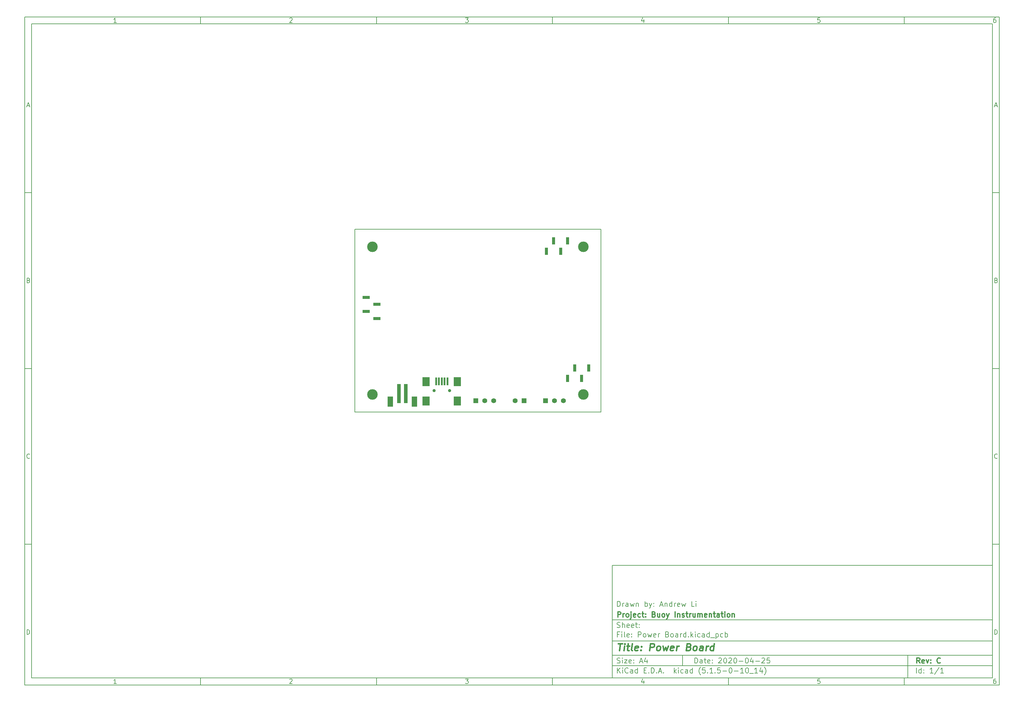
<source format=gts>
G04 #@! TF.GenerationSoftware,KiCad,Pcbnew,(5.1.5-0-10_14)*
G04 #@! TF.CreationDate,2020-04-26T15:29:48+12:00*
G04 #@! TF.ProjectId,Power Board,506f7765-7220-4426-9f61-72642e6b6963,C*
G04 #@! TF.SameCoordinates,Original*
G04 #@! TF.FileFunction,Soldermask,Top*
G04 #@! TF.FilePolarity,Negative*
%FSLAX46Y46*%
G04 Gerber Fmt 4.6, Leading zero omitted, Abs format (unit mm)*
G04 Created by KiCad (PCBNEW (5.1.5-0-10_14)) date 2020-04-26 15:29:48*
%MOMM*%
%LPD*%
G04 APERTURE LIST*
%ADD10C,0.100000*%
%ADD11C,0.150000*%
%ADD12C,0.300000*%
%ADD13C,0.400000*%
%ADD14C,0.200000*%
%ADD15R,2.100000X0.850000*%
%ADD16C,3.000000*%
%ADD17C,0.899160*%
%ADD18R,1.998980X2.499360*%
%ADD19R,0.500380X2.301240*%
%ADD20R,0.850000X2.100000*%
%ADD21C,1.397000*%
%ADD22R,1.397000X1.397000*%
%ADD23R,1.600000X3.000000*%
%ADD24R,1.000000X5.500000*%
G04 APERTURE END LIST*
D10*
D11*
X177002200Y-166007200D02*
X177002200Y-198007200D01*
X285002200Y-198007200D01*
X285002200Y-166007200D01*
X177002200Y-166007200D01*
D10*
D11*
X10000000Y-10000000D02*
X10000000Y-200007200D01*
X287002200Y-200007200D01*
X287002200Y-10000000D01*
X10000000Y-10000000D01*
D10*
D11*
X12000000Y-12000000D02*
X12000000Y-198007200D01*
X285002200Y-198007200D01*
X285002200Y-12000000D01*
X12000000Y-12000000D01*
D10*
D11*
X60000000Y-12000000D02*
X60000000Y-10000000D01*
D10*
D11*
X110000000Y-12000000D02*
X110000000Y-10000000D01*
D10*
D11*
X160000000Y-12000000D02*
X160000000Y-10000000D01*
D10*
D11*
X210000000Y-12000000D02*
X210000000Y-10000000D01*
D10*
D11*
X260000000Y-12000000D02*
X260000000Y-10000000D01*
D10*
D11*
X36065476Y-11588095D02*
X35322619Y-11588095D01*
X35694047Y-11588095D02*
X35694047Y-10288095D01*
X35570238Y-10473809D01*
X35446428Y-10597619D01*
X35322619Y-10659523D01*
D10*
D11*
X85322619Y-10411904D02*
X85384523Y-10350000D01*
X85508333Y-10288095D01*
X85817857Y-10288095D01*
X85941666Y-10350000D01*
X86003571Y-10411904D01*
X86065476Y-10535714D01*
X86065476Y-10659523D01*
X86003571Y-10845238D01*
X85260714Y-11588095D01*
X86065476Y-11588095D01*
D10*
D11*
X135260714Y-10288095D02*
X136065476Y-10288095D01*
X135632142Y-10783333D01*
X135817857Y-10783333D01*
X135941666Y-10845238D01*
X136003571Y-10907142D01*
X136065476Y-11030952D01*
X136065476Y-11340476D01*
X136003571Y-11464285D01*
X135941666Y-11526190D01*
X135817857Y-11588095D01*
X135446428Y-11588095D01*
X135322619Y-11526190D01*
X135260714Y-11464285D01*
D10*
D11*
X185941666Y-10721428D02*
X185941666Y-11588095D01*
X185632142Y-10226190D02*
X185322619Y-11154761D01*
X186127380Y-11154761D01*
D10*
D11*
X236003571Y-10288095D02*
X235384523Y-10288095D01*
X235322619Y-10907142D01*
X235384523Y-10845238D01*
X235508333Y-10783333D01*
X235817857Y-10783333D01*
X235941666Y-10845238D01*
X236003571Y-10907142D01*
X236065476Y-11030952D01*
X236065476Y-11340476D01*
X236003571Y-11464285D01*
X235941666Y-11526190D01*
X235817857Y-11588095D01*
X235508333Y-11588095D01*
X235384523Y-11526190D01*
X235322619Y-11464285D01*
D10*
D11*
X285941666Y-10288095D02*
X285694047Y-10288095D01*
X285570238Y-10350000D01*
X285508333Y-10411904D01*
X285384523Y-10597619D01*
X285322619Y-10845238D01*
X285322619Y-11340476D01*
X285384523Y-11464285D01*
X285446428Y-11526190D01*
X285570238Y-11588095D01*
X285817857Y-11588095D01*
X285941666Y-11526190D01*
X286003571Y-11464285D01*
X286065476Y-11340476D01*
X286065476Y-11030952D01*
X286003571Y-10907142D01*
X285941666Y-10845238D01*
X285817857Y-10783333D01*
X285570238Y-10783333D01*
X285446428Y-10845238D01*
X285384523Y-10907142D01*
X285322619Y-11030952D01*
D10*
D11*
X60000000Y-198007200D02*
X60000000Y-200007200D01*
D10*
D11*
X110000000Y-198007200D02*
X110000000Y-200007200D01*
D10*
D11*
X160000000Y-198007200D02*
X160000000Y-200007200D01*
D10*
D11*
X210000000Y-198007200D02*
X210000000Y-200007200D01*
D10*
D11*
X260000000Y-198007200D02*
X260000000Y-200007200D01*
D10*
D11*
X36065476Y-199595295D02*
X35322619Y-199595295D01*
X35694047Y-199595295D02*
X35694047Y-198295295D01*
X35570238Y-198481009D01*
X35446428Y-198604819D01*
X35322619Y-198666723D01*
D10*
D11*
X85322619Y-198419104D02*
X85384523Y-198357200D01*
X85508333Y-198295295D01*
X85817857Y-198295295D01*
X85941666Y-198357200D01*
X86003571Y-198419104D01*
X86065476Y-198542914D01*
X86065476Y-198666723D01*
X86003571Y-198852438D01*
X85260714Y-199595295D01*
X86065476Y-199595295D01*
D10*
D11*
X135260714Y-198295295D02*
X136065476Y-198295295D01*
X135632142Y-198790533D01*
X135817857Y-198790533D01*
X135941666Y-198852438D01*
X136003571Y-198914342D01*
X136065476Y-199038152D01*
X136065476Y-199347676D01*
X136003571Y-199471485D01*
X135941666Y-199533390D01*
X135817857Y-199595295D01*
X135446428Y-199595295D01*
X135322619Y-199533390D01*
X135260714Y-199471485D01*
D10*
D11*
X185941666Y-198728628D02*
X185941666Y-199595295D01*
X185632142Y-198233390D02*
X185322619Y-199161961D01*
X186127380Y-199161961D01*
D10*
D11*
X236003571Y-198295295D02*
X235384523Y-198295295D01*
X235322619Y-198914342D01*
X235384523Y-198852438D01*
X235508333Y-198790533D01*
X235817857Y-198790533D01*
X235941666Y-198852438D01*
X236003571Y-198914342D01*
X236065476Y-199038152D01*
X236065476Y-199347676D01*
X236003571Y-199471485D01*
X235941666Y-199533390D01*
X235817857Y-199595295D01*
X235508333Y-199595295D01*
X235384523Y-199533390D01*
X235322619Y-199471485D01*
D10*
D11*
X285941666Y-198295295D02*
X285694047Y-198295295D01*
X285570238Y-198357200D01*
X285508333Y-198419104D01*
X285384523Y-198604819D01*
X285322619Y-198852438D01*
X285322619Y-199347676D01*
X285384523Y-199471485D01*
X285446428Y-199533390D01*
X285570238Y-199595295D01*
X285817857Y-199595295D01*
X285941666Y-199533390D01*
X286003571Y-199471485D01*
X286065476Y-199347676D01*
X286065476Y-199038152D01*
X286003571Y-198914342D01*
X285941666Y-198852438D01*
X285817857Y-198790533D01*
X285570238Y-198790533D01*
X285446428Y-198852438D01*
X285384523Y-198914342D01*
X285322619Y-199038152D01*
D10*
D11*
X10000000Y-60000000D02*
X12000000Y-60000000D01*
D10*
D11*
X10000000Y-110000000D02*
X12000000Y-110000000D01*
D10*
D11*
X10000000Y-160000000D02*
X12000000Y-160000000D01*
D10*
D11*
X10690476Y-35216666D02*
X11309523Y-35216666D01*
X10566666Y-35588095D02*
X11000000Y-34288095D01*
X11433333Y-35588095D01*
D10*
D11*
X11092857Y-84907142D02*
X11278571Y-84969047D01*
X11340476Y-85030952D01*
X11402380Y-85154761D01*
X11402380Y-85340476D01*
X11340476Y-85464285D01*
X11278571Y-85526190D01*
X11154761Y-85588095D01*
X10659523Y-85588095D01*
X10659523Y-84288095D01*
X11092857Y-84288095D01*
X11216666Y-84350000D01*
X11278571Y-84411904D01*
X11340476Y-84535714D01*
X11340476Y-84659523D01*
X11278571Y-84783333D01*
X11216666Y-84845238D01*
X11092857Y-84907142D01*
X10659523Y-84907142D01*
D10*
D11*
X11402380Y-135464285D02*
X11340476Y-135526190D01*
X11154761Y-135588095D01*
X11030952Y-135588095D01*
X10845238Y-135526190D01*
X10721428Y-135402380D01*
X10659523Y-135278571D01*
X10597619Y-135030952D01*
X10597619Y-134845238D01*
X10659523Y-134597619D01*
X10721428Y-134473809D01*
X10845238Y-134350000D01*
X11030952Y-134288095D01*
X11154761Y-134288095D01*
X11340476Y-134350000D01*
X11402380Y-134411904D01*
D10*
D11*
X10659523Y-185588095D02*
X10659523Y-184288095D01*
X10969047Y-184288095D01*
X11154761Y-184350000D01*
X11278571Y-184473809D01*
X11340476Y-184597619D01*
X11402380Y-184845238D01*
X11402380Y-185030952D01*
X11340476Y-185278571D01*
X11278571Y-185402380D01*
X11154761Y-185526190D01*
X10969047Y-185588095D01*
X10659523Y-185588095D01*
D10*
D11*
X287002200Y-60000000D02*
X285002200Y-60000000D01*
D10*
D11*
X287002200Y-110000000D02*
X285002200Y-110000000D01*
D10*
D11*
X287002200Y-160000000D02*
X285002200Y-160000000D01*
D10*
D11*
X285692676Y-35216666D02*
X286311723Y-35216666D01*
X285568866Y-35588095D02*
X286002200Y-34288095D01*
X286435533Y-35588095D01*
D10*
D11*
X286095057Y-84907142D02*
X286280771Y-84969047D01*
X286342676Y-85030952D01*
X286404580Y-85154761D01*
X286404580Y-85340476D01*
X286342676Y-85464285D01*
X286280771Y-85526190D01*
X286156961Y-85588095D01*
X285661723Y-85588095D01*
X285661723Y-84288095D01*
X286095057Y-84288095D01*
X286218866Y-84350000D01*
X286280771Y-84411904D01*
X286342676Y-84535714D01*
X286342676Y-84659523D01*
X286280771Y-84783333D01*
X286218866Y-84845238D01*
X286095057Y-84907142D01*
X285661723Y-84907142D01*
D10*
D11*
X286404580Y-135464285D02*
X286342676Y-135526190D01*
X286156961Y-135588095D01*
X286033152Y-135588095D01*
X285847438Y-135526190D01*
X285723628Y-135402380D01*
X285661723Y-135278571D01*
X285599819Y-135030952D01*
X285599819Y-134845238D01*
X285661723Y-134597619D01*
X285723628Y-134473809D01*
X285847438Y-134350000D01*
X286033152Y-134288095D01*
X286156961Y-134288095D01*
X286342676Y-134350000D01*
X286404580Y-134411904D01*
D10*
D11*
X285661723Y-185588095D02*
X285661723Y-184288095D01*
X285971247Y-184288095D01*
X286156961Y-184350000D01*
X286280771Y-184473809D01*
X286342676Y-184597619D01*
X286404580Y-184845238D01*
X286404580Y-185030952D01*
X286342676Y-185278571D01*
X286280771Y-185402380D01*
X286156961Y-185526190D01*
X285971247Y-185588095D01*
X285661723Y-185588095D01*
D10*
D11*
X200434342Y-193785771D02*
X200434342Y-192285771D01*
X200791485Y-192285771D01*
X201005771Y-192357200D01*
X201148628Y-192500057D01*
X201220057Y-192642914D01*
X201291485Y-192928628D01*
X201291485Y-193142914D01*
X201220057Y-193428628D01*
X201148628Y-193571485D01*
X201005771Y-193714342D01*
X200791485Y-193785771D01*
X200434342Y-193785771D01*
X202577200Y-193785771D02*
X202577200Y-193000057D01*
X202505771Y-192857200D01*
X202362914Y-192785771D01*
X202077200Y-192785771D01*
X201934342Y-192857200D01*
X202577200Y-193714342D02*
X202434342Y-193785771D01*
X202077200Y-193785771D01*
X201934342Y-193714342D01*
X201862914Y-193571485D01*
X201862914Y-193428628D01*
X201934342Y-193285771D01*
X202077200Y-193214342D01*
X202434342Y-193214342D01*
X202577200Y-193142914D01*
X203077200Y-192785771D02*
X203648628Y-192785771D01*
X203291485Y-192285771D02*
X203291485Y-193571485D01*
X203362914Y-193714342D01*
X203505771Y-193785771D01*
X203648628Y-193785771D01*
X204720057Y-193714342D02*
X204577200Y-193785771D01*
X204291485Y-193785771D01*
X204148628Y-193714342D01*
X204077200Y-193571485D01*
X204077200Y-193000057D01*
X204148628Y-192857200D01*
X204291485Y-192785771D01*
X204577200Y-192785771D01*
X204720057Y-192857200D01*
X204791485Y-193000057D01*
X204791485Y-193142914D01*
X204077200Y-193285771D01*
X205434342Y-193642914D02*
X205505771Y-193714342D01*
X205434342Y-193785771D01*
X205362914Y-193714342D01*
X205434342Y-193642914D01*
X205434342Y-193785771D01*
X205434342Y-192857200D02*
X205505771Y-192928628D01*
X205434342Y-193000057D01*
X205362914Y-192928628D01*
X205434342Y-192857200D01*
X205434342Y-193000057D01*
X207220057Y-192428628D02*
X207291485Y-192357200D01*
X207434342Y-192285771D01*
X207791485Y-192285771D01*
X207934342Y-192357200D01*
X208005771Y-192428628D01*
X208077200Y-192571485D01*
X208077200Y-192714342D01*
X208005771Y-192928628D01*
X207148628Y-193785771D01*
X208077200Y-193785771D01*
X209005771Y-192285771D02*
X209148628Y-192285771D01*
X209291485Y-192357200D01*
X209362914Y-192428628D01*
X209434342Y-192571485D01*
X209505771Y-192857200D01*
X209505771Y-193214342D01*
X209434342Y-193500057D01*
X209362914Y-193642914D01*
X209291485Y-193714342D01*
X209148628Y-193785771D01*
X209005771Y-193785771D01*
X208862914Y-193714342D01*
X208791485Y-193642914D01*
X208720057Y-193500057D01*
X208648628Y-193214342D01*
X208648628Y-192857200D01*
X208720057Y-192571485D01*
X208791485Y-192428628D01*
X208862914Y-192357200D01*
X209005771Y-192285771D01*
X210077200Y-192428628D02*
X210148628Y-192357200D01*
X210291485Y-192285771D01*
X210648628Y-192285771D01*
X210791485Y-192357200D01*
X210862914Y-192428628D01*
X210934342Y-192571485D01*
X210934342Y-192714342D01*
X210862914Y-192928628D01*
X210005771Y-193785771D01*
X210934342Y-193785771D01*
X211862914Y-192285771D02*
X212005771Y-192285771D01*
X212148628Y-192357200D01*
X212220057Y-192428628D01*
X212291485Y-192571485D01*
X212362914Y-192857200D01*
X212362914Y-193214342D01*
X212291485Y-193500057D01*
X212220057Y-193642914D01*
X212148628Y-193714342D01*
X212005771Y-193785771D01*
X211862914Y-193785771D01*
X211720057Y-193714342D01*
X211648628Y-193642914D01*
X211577200Y-193500057D01*
X211505771Y-193214342D01*
X211505771Y-192857200D01*
X211577200Y-192571485D01*
X211648628Y-192428628D01*
X211720057Y-192357200D01*
X211862914Y-192285771D01*
X213005771Y-193214342D02*
X214148628Y-193214342D01*
X215148628Y-192285771D02*
X215291485Y-192285771D01*
X215434342Y-192357200D01*
X215505771Y-192428628D01*
X215577200Y-192571485D01*
X215648628Y-192857200D01*
X215648628Y-193214342D01*
X215577200Y-193500057D01*
X215505771Y-193642914D01*
X215434342Y-193714342D01*
X215291485Y-193785771D01*
X215148628Y-193785771D01*
X215005771Y-193714342D01*
X214934342Y-193642914D01*
X214862914Y-193500057D01*
X214791485Y-193214342D01*
X214791485Y-192857200D01*
X214862914Y-192571485D01*
X214934342Y-192428628D01*
X215005771Y-192357200D01*
X215148628Y-192285771D01*
X216934342Y-192785771D02*
X216934342Y-193785771D01*
X216577200Y-192214342D02*
X216220057Y-193285771D01*
X217148628Y-193285771D01*
X217720057Y-193214342D02*
X218862914Y-193214342D01*
X219505771Y-192428628D02*
X219577200Y-192357200D01*
X219720057Y-192285771D01*
X220077200Y-192285771D01*
X220220057Y-192357200D01*
X220291485Y-192428628D01*
X220362914Y-192571485D01*
X220362914Y-192714342D01*
X220291485Y-192928628D01*
X219434342Y-193785771D01*
X220362914Y-193785771D01*
X221720057Y-192285771D02*
X221005771Y-192285771D01*
X220934342Y-193000057D01*
X221005771Y-192928628D01*
X221148628Y-192857200D01*
X221505771Y-192857200D01*
X221648628Y-192928628D01*
X221720057Y-193000057D01*
X221791485Y-193142914D01*
X221791485Y-193500057D01*
X221720057Y-193642914D01*
X221648628Y-193714342D01*
X221505771Y-193785771D01*
X221148628Y-193785771D01*
X221005771Y-193714342D01*
X220934342Y-193642914D01*
D10*
D11*
X177002200Y-194507200D02*
X285002200Y-194507200D01*
D10*
D11*
X178434342Y-196585771D02*
X178434342Y-195085771D01*
X179291485Y-196585771D02*
X178648628Y-195728628D01*
X179291485Y-195085771D02*
X178434342Y-195942914D01*
X179934342Y-196585771D02*
X179934342Y-195585771D01*
X179934342Y-195085771D02*
X179862914Y-195157200D01*
X179934342Y-195228628D01*
X180005771Y-195157200D01*
X179934342Y-195085771D01*
X179934342Y-195228628D01*
X181505771Y-196442914D02*
X181434342Y-196514342D01*
X181220057Y-196585771D01*
X181077200Y-196585771D01*
X180862914Y-196514342D01*
X180720057Y-196371485D01*
X180648628Y-196228628D01*
X180577200Y-195942914D01*
X180577200Y-195728628D01*
X180648628Y-195442914D01*
X180720057Y-195300057D01*
X180862914Y-195157200D01*
X181077200Y-195085771D01*
X181220057Y-195085771D01*
X181434342Y-195157200D01*
X181505771Y-195228628D01*
X182791485Y-196585771D02*
X182791485Y-195800057D01*
X182720057Y-195657200D01*
X182577200Y-195585771D01*
X182291485Y-195585771D01*
X182148628Y-195657200D01*
X182791485Y-196514342D02*
X182648628Y-196585771D01*
X182291485Y-196585771D01*
X182148628Y-196514342D01*
X182077200Y-196371485D01*
X182077200Y-196228628D01*
X182148628Y-196085771D01*
X182291485Y-196014342D01*
X182648628Y-196014342D01*
X182791485Y-195942914D01*
X184148628Y-196585771D02*
X184148628Y-195085771D01*
X184148628Y-196514342D02*
X184005771Y-196585771D01*
X183720057Y-196585771D01*
X183577200Y-196514342D01*
X183505771Y-196442914D01*
X183434342Y-196300057D01*
X183434342Y-195871485D01*
X183505771Y-195728628D01*
X183577200Y-195657200D01*
X183720057Y-195585771D01*
X184005771Y-195585771D01*
X184148628Y-195657200D01*
X186005771Y-195800057D02*
X186505771Y-195800057D01*
X186720057Y-196585771D02*
X186005771Y-196585771D01*
X186005771Y-195085771D01*
X186720057Y-195085771D01*
X187362914Y-196442914D02*
X187434342Y-196514342D01*
X187362914Y-196585771D01*
X187291485Y-196514342D01*
X187362914Y-196442914D01*
X187362914Y-196585771D01*
X188077200Y-196585771D02*
X188077200Y-195085771D01*
X188434342Y-195085771D01*
X188648628Y-195157200D01*
X188791485Y-195300057D01*
X188862914Y-195442914D01*
X188934342Y-195728628D01*
X188934342Y-195942914D01*
X188862914Y-196228628D01*
X188791485Y-196371485D01*
X188648628Y-196514342D01*
X188434342Y-196585771D01*
X188077200Y-196585771D01*
X189577200Y-196442914D02*
X189648628Y-196514342D01*
X189577200Y-196585771D01*
X189505771Y-196514342D01*
X189577200Y-196442914D01*
X189577200Y-196585771D01*
X190220057Y-196157200D02*
X190934342Y-196157200D01*
X190077200Y-196585771D02*
X190577200Y-195085771D01*
X191077200Y-196585771D01*
X191577200Y-196442914D02*
X191648628Y-196514342D01*
X191577200Y-196585771D01*
X191505771Y-196514342D01*
X191577200Y-196442914D01*
X191577200Y-196585771D01*
X194577200Y-196585771D02*
X194577200Y-195085771D01*
X194720057Y-196014342D02*
X195148628Y-196585771D01*
X195148628Y-195585771D02*
X194577200Y-196157200D01*
X195791485Y-196585771D02*
X195791485Y-195585771D01*
X195791485Y-195085771D02*
X195720057Y-195157200D01*
X195791485Y-195228628D01*
X195862914Y-195157200D01*
X195791485Y-195085771D01*
X195791485Y-195228628D01*
X197148628Y-196514342D02*
X197005771Y-196585771D01*
X196720057Y-196585771D01*
X196577200Y-196514342D01*
X196505771Y-196442914D01*
X196434342Y-196300057D01*
X196434342Y-195871485D01*
X196505771Y-195728628D01*
X196577200Y-195657200D01*
X196720057Y-195585771D01*
X197005771Y-195585771D01*
X197148628Y-195657200D01*
X198434342Y-196585771D02*
X198434342Y-195800057D01*
X198362914Y-195657200D01*
X198220057Y-195585771D01*
X197934342Y-195585771D01*
X197791485Y-195657200D01*
X198434342Y-196514342D02*
X198291485Y-196585771D01*
X197934342Y-196585771D01*
X197791485Y-196514342D01*
X197720057Y-196371485D01*
X197720057Y-196228628D01*
X197791485Y-196085771D01*
X197934342Y-196014342D01*
X198291485Y-196014342D01*
X198434342Y-195942914D01*
X199791485Y-196585771D02*
X199791485Y-195085771D01*
X199791485Y-196514342D02*
X199648628Y-196585771D01*
X199362914Y-196585771D01*
X199220057Y-196514342D01*
X199148628Y-196442914D01*
X199077200Y-196300057D01*
X199077200Y-195871485D01*
X199148628Y-195728628D01*
X199220057Y-195657200D01*
X199362914Y-195585771D01*
X199648628Y-195585771D01*
X199791485Y-195657200D01*
X202077200Y-197157200D02*
X202005771Y-197085771D01*
X201862914Y-196871485D01*
X201791485Y-196728628D01*
X201720057Y-196514342D01*
X201648628Y-196157200D01*
X201648628Y-195871485D01*
X201720057Y-195514342D01*
X201791485Y-195300057D01*
X201862914Y-195157200D01*
X202005771Y-194942914D01*
X202077200Y-194871485D01*
X203362914Y-195085771D02*
X202648628Y-195085771D01*
X202577200Y-195800057D01*
X202648628Y-195728628D01*
X202791485Y-195657200D01*
X203148628Y-195657200D01*
X203291485Y-195728628D01*
X203362914Y-195800057D01*
X203434342Y-195942914D01*
X203434342Y-196300057D01*
X203362914Y-196442914D01*
X203291485Y-196514342D01*
X203148628Y-196585771D01*
X202791485Y-196585771D01*
X202648628Y-196514342D01*
X202577200Y-196442914D01*
X204077200Y-196442914D02*
X204148628Y-196514342D01*
X204077200Y-196585771D01*
X204005771Y-196514342D01*
X204077200Y-196442914D01*
X204077200Y-196585771D01*
X205577200Y-196585771D02*
X204720057Y-196585771D01*
X205148628Y-196585771D02*
X205148628Y-195085771D01*
X205005771Y-195300057D01*
X204862914Y-195442914D01*
X204720057Y-195514342D01*
X206220057Y-196442914D02*
X206291485Y-196514342D01*
X206220057Y-196585771D01*
X206148628Y-196514342D01*
X206220057Y-196442914D01*
X206220057Y-196585771D01*
X207648628Y-195085771D02*
X206934342Y-195085771D01*
X206862914Y-195800057D01*
X206934342Y-195728628D01*
X207077200Y-195657200D01*
X207434342Y-195657200D01*
X207577200Y-195728628D01*
X207648628Y-195800057D01*
X207720057Y-195942914D01*
X207720057Y-196300057D01*
X207648628Y-196442914D01*
X207577200Y-196514342D01*
X207434342Y-196585771D01*
X207077200Y-196585771D01*
X206934342Y-196514342D01*
X206862914Y-196442914D01*
X208362914Y-196014342D02*
X209505771Y-196014342D01*
X210505771Y-195085771D02*
X210648628Y-195085771D01*
X210791485Y-195157200D01*
X210862914Y-195228628D01*
X210934342Y-195371485D01*
X211005771Y-195657200D01*
X211005771Y-196014342D01*
X210934342Y-196300057D01*
X210862914Y-196442914D01*
X210791485Y-196514342D01*
X210648628Y-196585771D01*
X210505771Y-196585771D01*
X210362914Y-196514342D01*
X210291485Y-196442914D01*
X210220057Y-196300057D01*
X210148628Y-196014342D01*
X210148628Y-195657200D01*
X210220057Y-195371485D01*
X210291485Y-195228628D01*
X210362914Y-195157200D01*
X210505771Y-195085771D01*
X211648628Y-196014342D02*
X212791485Y-196014342D01*
X214291485Y-196585771D02*
X213434342Y-196585771D01*
X213862914Y-196585771D02*
X213862914Y-195085771D01*
X213720057Y-195300057D01*
X213577200Y-195442914D01*
X213434342Y-195514342D01*
X215220057Y-195085771D02*
X215362914Y-195085771D01*
X215505771Y-195157200D01*
X215577200Y-195228628D01*
X215648628Y-195371485D01*
X215720057Y-195657200D01*
X215720057Y-196014342D01*
X215648628Y-196300057D01*
X215577200Y-196442914D01*
X215505771Y-196514342D01*
X215362914Y-196585771D01*
X215220057Y-196585771D01*
X215077200Y-196514342D01*
X215005771Y-196442914D01*
X214934342Y-196300057D01*
X214862914Y-196014342D01*
X214862914Y-195657200D01*
X214934342Y-195371485D01*
X215005771Y-195228628D01*
X215077200Y-195157200D01*
X215220057Y-195085771D01*
X216005771Y-196728628D02*
X217148628Y-196728628D01*
X218291485Y-196585771D02*
X217434342Y-196585771D01*
X217862914Y-196585771D02*
X217862914Y-195085771D01*
X217720057Y-195300057D01*
X217577200Y-195442914D01*
X217434342Y-195514342D01*
X219577200Y-195585771D02*
X219577200Y-196585771D01*
X219220057Y-195014342D02*
X218862914Y-196085771D01*
X219791485Y-196085771D01*
X220220057Y-197157200D02*
X220291485Y-197085771D01*
X220434342Y-196871485D01*
X220505771Y-196728628D01*
X220577200Y-196514342D01*
X220648628Y-196157200D01*
X220648628Y-195871485D01*
X220577200Y-195514342D01*
X220505771Y-195300057D01*
X220434342Y-195157200D01*
X220291485Y-194942914D01*
X220220057Y-194871485D01*
D10*
D11*
X177002200Y-191507200D02*
X285002200Y-191507200D01*
D10*
D12*
X264411485Y-193785771D02*
X263911485Y-193071485D01*
X263554342Y-193785771D02*
X263554342Y-192285771D01*
X264125771Y-192285771D01*
X264268628Y-192357200D01*
X264340057Y-192428628D01*
X264411485Y-192571485D01*
X264411485Y-192785771D01*
X264340057Y-192928628D01*
X264268628Y-193000057D01*
X264125771Y-193071485D01*
X263554342Y-193071485D01*
X265625771Y-193714342D02*
X265482914Y-193785771D01*
X265197200Y-193785771D01*
X265054342Y-193714342D01*
X264982914Y-193571485D01*
X264982914Y-193000057D01*
X265054342Y-192857200D01*
X265197200Y-192785771D01*
X265482914Y-192785771D01*
X265625771Y-192857200D01*
X265697200Y-193000057D01*
X265697200Y-193142914D01*
X264982914Y-193285771D01*
X266197200Y-192785771D02*
X266554342Y-193785771D01*
X266911485Y-192785771D01*
X267482914Y-193642914D02*
X267554342Y-193714342D01*
X267482914Y-193785771D01*
X267411485Y-193714342D01*
X267482914Y-193642914D01*
X267482914Y-193785771D01*
X267482914Y-192857200D02*
X267554342Y-192928628D01*
X267482914Y-193000057D01*
X267411485Y-192928628D01*
X267482914Y-192857200D01*
X267482914Y-193000057D01*
X270197200Y-193642914D02*
X270125771Y-193714342D01*
X269911485Y-193785771D01*
X269768628Y-193785771D01*
X269554342Y-193714342D01*
X269411485Y-193571485D01*
X269340057Y-193428628D01*
X269268628Y-193142914D01*
X269268628Y-192928628D01*
X269340057Y-192642914D01*
X269411485Y-192500057D01*
X269554342Y-192357200D01*
X269768628Y-192285771D01*
X269911485Y-192285771D01*
X270125771Y-192357200D01*
X270197200Y-192428628D01*
D10*
D11*
X178362914Y-193714342D02*
X178577200Y-193785771D01*
X178934342Y-193785771D01*
X179077200Y-193714342D01*
X179148628Y-193642914D01*
X179220057Y-193500057D01*
X179220057Y-193357200D01*
X179148628Y-193214342D01*
X179077200Y-193142914D01*
X178934342Y-193071485D01*
X178648628Y-193000057D01*
X178505771Y-192928628D01*
X178434342Y-192857200D01*
X178362914Y-192714342D01*
X178362914Y-192571485D01*
X178434342Y-192428628D01*
X178505771Y-192357200D01*
X178648628Y-192285771D01*
X179005771Y-192285771D01*
X179220057Y-192357200D01*
X179862914Y-193785771D02*
X179862914Y-192785771D01*
X179862914Y-192285771D02*
X179791485Y-192357200D01*
X179862914Y-192428628D01*
X179934342Y-192357200D01*
X179862914Y-192285771D01*
X179862914Y-192428628D01*
X180434342Y-192785771D02*
X181220057Y-192785771D01*
X180434342Y-193785771D01*
X181220057Y-193785771D01*
X182362914Y-193714342D02*
X182220057Y-193785771D01*
X181934342Y-193785771D01*
X181791485Y-193714342D01*
X181720057Y-193571485D01*
X181720057Y-193000057D01*
X181791485Y-192857200D01*
X181934342Y-192785771D01*
X182220057Y-192785771D01*
X182362914Y-192857200D01*
X182434342Y-193000057D01*
X182434342Y-193142914D01*
X181720057Y-193285771D01*
X183077200Y-193642914D02*
X183148628Y-193714342D01*
X183077200Y-193785771D01*
X183005771Y-193714342D01*
X183077200Y-193642914D01*
X183077200Y-193785771D01*
X183077200Y-192857200D02*
X183148628Y-192928628D01*
X183077200Y-193000057D01*
X183005771Y-192928628D01*
X183077200Y-192857200D01*
X183077200Y-193000057D01*
X184862914Y-193357200D02*
X185577200Y-193357200D01*
X184720057Y-193785771D02*
X185220057Y-192285771D01*
X185720057Y-193785771D01*
X186862914Y-192785771D02*
X186862914Y-193785771D01*
X186505771Y-192214342D02*
X186148628Y-193285771D01*
X187077200Y-193285771D01*
D10*
D11*
X263434342Y-196585771D02*
X263434342Y-195085771D01*
X264791485Y-196585771D02*
X264791485Y-195085771D01*
X264791485Y-196514342D02*
X264648628Y-196585771D01*
X264362914Y-196585771D01*
X264220057Y-196514342D01*
X264148628Y-196442914D01*
X264077200Y-196300057D01*
X264077200Y-195871485D01*
X264148628Y-195728628D01*
X264220057Y-195657200D01*
X264362914Y-195585771D01*
X264648628Y-195585771D01*
X264791485Y-195657200D01*
X265505771Y-196442914D02*
X265577200Y-196514342D01*
X265505771Y-196585771D01*
X265434342Y-196514342D01*
X265505771Y-196442914D01*
X265505771Y-196585771D01*
X265505771Y-195657200D02*
X265577200Y-195728628D01*
X265505771Y-195800057D01*
X265434342Y-195728628D01*
X265505771Y-195657200D01*
X265505771Y-195800057D01*
X268148628Y-196585771D02*
X267291485Y-196585771D01*
X267720057Y-196585771D02*
X267720057Y-195085771D01*
X267577200Y-195300057D01*
X267434342Y-195442914D01*
X267291485Y-195514342D01*
X269862914Y-195014342D02*
X268577200Y-196942914D01*
X271148628Y-196585771D02*
X270291485Y-196585771D01*
X270720057Y-196585771D02*
X270720057Y-195085771D01*
X270577200Y-195300057D01*
X270434342Y-195442914D01*
X270291485Y-195514342D01*
D10*
D11*
X177002200Y-187507200D02*
X285002200Y-187507200D01*
D10*
D13*
X178714580Y-188211961D02*
X179857438Y-188211961D01*
X179036009Y-190211961D02*
X179286009Y-188211961D01*
X180274104Y-190211961D02*
X180440771Y-188878628D01*
X180524104Y-188211961D02*
X180416961Y-188307200D01*
X180500295Y-188402438D01*
X180607438Y-188307200D01*
X180524104Y-188211961D01*
X180500295Y-188402438D01*
X181107438Y-188878628D02*
X181869342Y-188878628D01*
X181476485Y-188211961D02*
X181262200Y-189926247D01*
X181333628Y-190116723D01*
X181512200Y-190211961D01*
X181702676Y-190211961D01*
X182655057Y-190211961D02*
X182476485Y-190116723D01*
X182405057Y-189926247D01*
X182619342Y-188211961D01*
X184190771Y-190116723D02*
X183988390Y-190211961D01*
X183607438Y-190211961D01*
X183428866Y-190116723D01*
X183357438Y-189926247D01*
X183452676Y-189164342D01*
X183571723Y-188973866D01*
X183774104Y-188878628D01*
X184155057Y-188878628D01*
X184333628Y-188973866D01*
X184405057Y-189164342D01*
X184381247Y-189354819D01*
X183405057Y-189545295D01*
X185155057Y-190021485D02*
X185238390Y-190116723D01*
X185131247Y-190211961D01*
X185047914Y-190116723D01*
X185155057Y-190021485D01*
X185131247Y-190211961D01*
X185286009Y-188973866D02*
X185369342Y-189069104D01*
X185262200Y-189164342D01*
X185178866Y-189069104D01*
X185286009Y-188973866D01*
X185262200Y-189164342D01*
X187607438Y-190211961D02*
X187857438Y-188211961D01*
X188619342Y-188211961D01*
X188797914Y-188307200D01*
X188881247Y-188402438D01*
X188952676Y-188592914D01*
X188916961Y-188878628D01*
X188797914Y-189069104D01*
X188690771Y-189164342D01*
X188488390Y-189259580D01*
X187726485Y-189259580D01*
X189893152Y-190211961D02*
X189714580Y-190116723D01*
X189631247Y-190021485D01*
X189559819Y-189831009D01*
X189631247Y-189259580D01*
X189750295Y-189069104D01*
X189857438Y-188973866D01*
X190059819Y-188878628D01*
X190345533Y-188878628D01*
X190524104Y-188973866D01*
X190607438Y-189069104D01*
X190678866Y-189259580D01*
X190607438Y-189831009D01*
X190488390Y-190021485D01*
X190381247Y-190116723D01*
X190178866Y-190211961D01*
X189893152Y-190211961D01*
X191393152Y-188878628D02*
X191607438Y-190211961D01*
X192107438Y-189259580D01*
X192369342Y-190211961D01*
X192916961Y-188878628D01*
X194286009Y-190116723D02*
X194083628Y-190211961D01*
X193702676Y-190211961D01*
X193524104Y-190116723D01*
X193452676Y-189926247D01*
X193547914Y-189164342D01*
X193666961Y-188973866D01*
X193869342Y-188878628D01*
X194250295Y-188878628D01*
X194428866Y-188973866D01*
X194500295Y-189164342D01*
X194476485Y-189354819D01*
X193500295Y-189545295D01*
X195226485Y-190211961D02*
X195393152Y-188878628D01*
X195345533Y-189259580D02*
X195464580Y-189069104D01*
X195571723Y-188973866D01*
X195774104Y-188878628D01*
X195964580Y-188878628D01*
X198786009Y-189164342D02*
X199059819Y-189259580D01*
X199143152Y-189354819D01*
X199214580Y-189545295D01*
X199178866Y-189831009D01*
X199059819Y-190021485D01*
X198952676Y-190116723D01*
X198750295Y-190211961D01*
X197988390Y-190211961D01*
X198238390Y-188211961D01*
X198905057Y-188211961D01*
X199083628Y-188307200D01*
X199166961Y-188402438D01*
X199238390Y-188592914D01*
X199214580Y-188783390D01*
X199095533Y-188973866D01*
X198988390Y-189069104D01*
X198786009Y-189164342D01*
X198119342Y-189164342D01*
X200274104Y-190211961D02*
X200095533Y-190116723D01*
X200012200Y-190021485D01*
X199940771Y-189831009D01*
X200012200Y-189259580D01*
X200131247Y-189069104D01*
X200238390Y-188973866D01*
X200440771Y-188878628D01*
X200726485Y-188878628D01*
X200905057Y-188973866D01*
X200988390Y-189069104D01*
X201059819Y-189259580D01*
X200988390Y-189831009D01*
X200869342Y-190021485D01*
X200762200Y-190116723D01*
X200559819Y-190211961D01*
X200274104Y-190211961D01*
X202655057Y-190211961D02*
X202786009Y-189164342D01*
X202714580Y-188973866D01*
X202536009Y-188878628D01*
X202155057Y-188878628D01*
X201952676Y-188973866D01*
X202666961Y-190116723D02*
X202464580Y-190211961D01*
X201988390Y-190211961D01*
X201809819Y-190116723D01*
X201738390Y-189926247D01*
X201762200Y-189735771D01*
X201881247Y-189545295D01*
X202083628Y-189450057D01*
X202559819Y-189450057D01*
X202762200Y-189354819D01*
X203607438Y-190211961D02*
X203774104Y-188878628D01*
X203726485Y-189259580D02*
X203845533Y-189069104D01*
X203952676Y-188973866D01*
X204155057Y-188878628D01*
X204345533Y-188878628D01*
X205702676Y-190211961D02*
X205952676Y-188211961D01*
X205714580Y-190116723D02*
X205512200Y-190211961D01*
X205131247Y-190211961D01*
X204952676Y-190116723D01*
X204869342Y-190021485D01*
X204797914Y-189831009D01*
X204869342Y-189259580D01*
X204988390Y-189069104D01*
X205095533Y-188973866D01*
X205297914Y-188878628D01*
X205678866Y-188878628D01*
X205857438Y-188973866D01*
D10*
D11*
X178934342Y-185600057D02*
X178434342Y-185600057D01*
X178434342Y-186385771D02*
X178434342Y-184885771D01*
X179148628Y-184885771D01*
X179720057Y-186385771D02*
X179720057Y-185385771D01*
X179720057Y-184885771D02*
X179648628Y-184957200D01*
X179720057Y-185028628D01*
X179791485Y-184957200D01*
X179720057Y-184885771D01*
X179720057Y-185028628D01*
X180648628Y-186385771D02*
X180505771Y-186314342D01*
X180434342Y-186171485D01*
X180434342Y-184885771D01*
X181791485Y-186314342D02*
X181648628Y-186385771D01*
X181362914Y-186385771D01*
X181220057Y-186314342D01*
X181148628Y-186171485D01*
X181148628Y-185600057D01*
X181220057Y-185457200D01*
X181362914Y-185385771D01*
X181648628Y-185385771D01*
X181791485Y-185457200D01*
X181862914Y-185600057D01*
X181862914Y-185742914D01*
X181148628Y-185885771D01*
X182505771Y-186242914D02*
X182577200Y-186314342D01*
X182505771Y-186385771D01*
X182434342Y-186314342D01*
X182505771Y-186242914D01*
X182505771Y-186385771D01*
X182505771Y-185457200D02*
X182577200Y-185528628D01*
X182505771Y-185600057D01*
X182434342Y-185528628D01*
X182505771Y-185457200D01*
X182505771Y-185600057D01*
X184362914Y-186385771D02*
X184362914Y-184885771D01*
X184934342Y-184885771D01*
X185077200Y-184957200D01*
X185148628Y-185028628D01*
X185220057Y-185171485D01*
X185220057Y-185385771D01*
X185148628Y-185528628D01*
X185077200Y-185600057D01*
X184934342Y-185671485D01*
X184362914Y-185671485D01*
X186077200Y-186385771D02*
X185934342Y-186314342D01*
X185862914Y-186242914D01*
X185791485Y-186100057D01*
X185791485Y-185671485D01*
X185862914Y-185528628D01*
X185934342Y-185457200D01*
X186077200Y-185385771D01*
X186291485Y-185385771D01*
X186434342Y-185457200D01*
X186505771Y-185528628D01*
X186577200Y-185671485D01*
X186577200Y-186100057D01*
X186505771Y-186242914D01*
X186434342Y-186314342D01*
X186291485Y-186385771D01*
X186077200Y-186385771D01*
X187077200Y-185385771D02*
X187362914Y-186385771D01*
X187648628Y-185671485D01*
X187934342Y-186385771D01*
X188220057Y-185385771D01*
X189362914Y-186314342D02*
X189220057Y-186385771D01*
X188934342Y-186385771D01*
X188791485Y-186314342D01*
X188720057Y-186171485D01*
X188720057Y-185600057D01*
X188791485Y-185457200D01*
X188934342Y-185385771D01*
X189220057Y-185385771D01*
X189362914Y-185457200D01*
X189434342Y-185600057D01*
X189434342Y-185742914D01*
X188720057Y-185885771D01*
X190077200Y-186385771D02*
X190077200Y-185385771D01*
X190077200Y-185671485D02*
X190148628Y-185528628D01*
X190220057Y-185457200D01*
X190362914Y-185385771D01*
X190505771Y-185385771D01*
X192648628Y-185600057D02*
X192862914Y-185671485D01*
X192934342Y-185742914D01*
X193005771Y-185885771D01*
X193005771Y-186100057D01*
X192934342Y-186242914D01*
X192862914Y-186314342D01*
X192720057Y-186385771D01*
X192148628Y-186385771D01*
X192148628Y-184885771D01*
X192648628Y-184885771D01*
X192791485Y-184957200D01*
X192862914Y-185028628D01*
X192934342Y-185171485D01*
X192934342Y-185314342D01*
X192862914Y-185457200D01*
X192791485Y-185528628D01*
X192648628Y-185600057D01*
X192148628Y-185600057D01*
X193862914Y-186385771D02*
X193720057Y-186314342D01*
X193648628Y-186242914D01*
X193577200Y-186100057D01*
X193577200Y-185671485D01*
X193648628Y-185528628D01*
X193720057Y-185457200D01*
X193862914Y-185385771D01*
X194077200Y-185385771D01*
X194220057Y-185457200D01*
X194291485Y-185528628D01*
X194362914Y-185671485D01*
X194362914Y-186100057D01*
X194291485Y-186242914D01*
X194220057Y-186314342D01*
X194077200Y-186385771D01*
X193862914Y-186385771D01*
X195648628Y-186385771D02*
X195648628Y-185600057D01*
X195577200Y-185457200D01*
X195434342Y-185385771D01*
X195148628Y-185385771D01*
X195005771Y-185457200D01*
X195648628Y-186314342D02*
X195505771Y-186385771D01*
X195148628Y-186385771D01*
X195005771Y-186314342D01*
X194934342Y-186171485D01*
X194934342Y-186028628D01*
X195005771Y-185885771D01*
X195148628Y-185814342D01*
X195505771Y-185814342D01*
X195648628Y-185742914D01*
X196362914Y-186385771D02*
X196362914Y-185385771D01*
X196362914Y-185671485D02*
X196434342Y-185528628D01*
X196505771Y-185457200D01*
X196648628Y-185385771D01*
X196791485Y-185385771D01*
X197934342Y-186385771D02*
X197934342Y-184885771D01*
X197934342Y-186314342D02*
X197791485Y-186385771D01*
X197505771Y-186385771D01*
X197362914Y-186314342D01*
X197291485Y-186242914D01*
X197220057Y-186100057D01*
X197220057Y-185671485D01*
X197291485Y-185528628D01*
X197362914Y-185457200D01*
X197505771Y-185385771D01*
X197791485Y-185385771D01*
X197934342Y-185457200D01*
X198648628Y-186242914D02*
X198720057Y-186314342D01*
X198648628Y-186385771D01*
X198577200Y-186314342D01*
X198648628Y-186242914D01*
X198648628Y-186385771D01*
X199362914Y-186385771D02*
X199362914Y-184885771D01*
X199505771Y-185814342D02*
X199934342Y-186385771D01*
X199934342Y-185385771D02*
X199362914Y-185957200D01*
X200577200Y-186385771D02*
X200577200Y-185385771D01*
X200577200Y-184885771D02*
X200505771Y-184957200D01*
X200577200Y-185028628D01*
X200648628Y-184957200D01*
X200577200Y-184885771D01*
X200577200Y-185028628D01*
X201934342Y-186314342D02*
X201791485Y-186385771D01*
X201505771Y-186385771D01*
X201362914Y-186314342D01*
X201291485Y-186242914D01*
X201220057Y-186100057D01*
X201220057Y-185671485D01*
X201291485Y-185528628D01*
X201362914Y-185457200D01*
X201505771Y-185385771D01*
X201791485Y-185385771D01*
X201934342Y-185457200D01*
X203220057Y-186385771D02*
X203220057Y-185600057D01*
X203148628Y-185457200D01*
X203005771Y-185385771D01*
X202720057Y-185385771D01*
X202577200Y-185457200D01*
X203220057Y-186314342D02*
X203077200Y-186385771D01*
X202720057Y-186385771D01*
X202577200Y-186314342D01*
X202505771Y-186171485D01*
X202505771Y-186028628D01*
X202577200Y-185885771D01*
X202720057Y-185814342D01*
X203077200Y-185814342D01*
X203220057Y-185742914D01*
X204577200Y-186385771D02*
X204577200Y-184885771D01*
X204577200Y-186314342D02*
X204434342Y-186385771D01*
X204148628Y-186385771D01*
X204005771Y-186314342D01*
X203934342Y-186242914D01*
X203862914Y-186100057D01*
X203862914Y-185671485D01*
X203934342Y-185528628D01*
X204005771Y-185457200D01*
X204148628Y-185385771D01*
X204434342Y-185385771D01*
X204577200Y-185457200D01*
X204934342Y-186528628D02*
X206077200Y-186528628D01*
X206434342Y-185385771D02*
X206434342Y-186885771D01*
X206434342Y-185457200D02*
X206577200Y-185385771D01*
X206862914Y-185385771D01*
X207005771Y-185457200D01*
X207077200Y-185528628D01*
X207148628Y-185671485D01*
X207148628Y-186100057D01*
X207077200Y-186242914D01*
X207005771Y-186314342D01*
X206862914Y-186385771D01*
X206577200Y-186385771D01*
X206434342Y-186314342D01*
X208434342Y-186314342D02*
X208291485Y-186385771D01*
X208005771Y-186385771D01*
X207862914Y-186314342D01*
X207791485Y-186242914D01*
X207720057Y-186100057D01*
X207720057Y-185671485D01*
X207791485Y-185528628D01*
X207862914Y-185457200D01*
X208005771Y-185385771D01*
X208291485Y-185385771D01*
X208434342Y-185457200D01*
X209077200Y-186385771D02*
X209077200Y-184885771D01*
X209077200Y-185457200D02*
X209220057Y-185385771D01*
X209505771Y-185385771D01*
X209648628Y-185457200D01*
X209720057Y-185528628D01*
X209791485Y-185671485D01*
X209791485Y-186100057D01*
X209720057Y-186242914D01*
X209648628Y-186314342D01*
X209505771Y-186385771D01*
X209220057Y-186385771D01*
X209077200Y-186314342D01*
D10*
D11*
X177002200Y-181507200D02*
X285002200Y-181507200D01*
D10*
D11*
X178362914Y-183614342D02*
X178577200Y-183685771D01*
X178934342Y-183685771D01*
X179077200Y-183614342D01*
X179148628Y-183542914D01*
X179220057Y-183400057D01*
X179220057Y-183257200D01*
X179148628Y-183114342D01*
X179077200Y-183042914D01*
X178934342Y-182971485D01*
X178648628Y-182900057D01*
X178505771Y-182828628D01*
X178434342Y-182757200D01*
X178362914Y-182614342D01*
X178362914Y-182471485D01*
X178434342Y-182328628D01*
X178505771Y-182257200D01*
X178648628Y-182185771D01*
X179005771Y-182185771D01*
X179220057Y-182257200D01*
X179862914Y-183685771D02*
X179862914Y-182185771D01*
X180505771Y-183685771D02*
X180505771Y-182900057D01*
X180434342Y-182757200D01*
X180291485Y-182685771D01*
X180077200Y-182685771D01*
X179934342Y-182757200D01*
X179862914Y-182828628D01*
X181791485Y-183614342D02*
X181648628Y-183685771D01*
X181362914Y-183685771D01*
X181220057Y-183614342D01*
X181148628Y-183471485D01*
X181148628Y-182900057D01*
X181220057Y-182757200D01*
X181362914Y-182685771D01*
X181648628Y-182685771D01*
X181791485Y-182757200D01*
X181862914Y-182900057D01*
X181862914Y-183042914D01*
X181148628Y-183185771D01*
X183077200Y-183614342D02*
X182934342Y-183685771D01*
X182648628Y-183685771D01*
X182505771Y-183614342D01*
X182434342Y-183471485D01*
X182434342Y-182900057D01*
X182505771Y-182757200D01*
X182648628Y-182685771D01*
X182934342Y-182685771D01*
X183077200Y-182757200D01*
X183148628Y-182900057D01*
X183148628Y-183042914D01*
X182434342Y-183185771D01*
X183577200Y-182685771D02*
X184148628Y-182685771D01*
X183791485Y-182185771D02*
X183791485Y-183471485D01*
X183862914Y-183614342D01*
X184005771Y-183685771D01*
X184148628Y-183685771D01*
X184648628Y-183542914D02*
X184720057Y-183614342D01*
X184648628Y-183685771D01*
X184577200Y-183614342D01*
X184648628Y-183542914D01*
X184648628Y-183685771D01*
X184648628Y-182757200D02*
X184720057Y-182828628D01*
X184648628Y-182900057D01*
X184577200Y-182828628D01*
X184648628Y-182757200D01*
X184648628Y-182900057D01*
D10*
D12*
X178554342Y-180685771D02*
X178554342Y-179185771D01*
X179125771Y-179185771D01*
X179268628Y-179257200D01*
X179340057Y-179328628D01*
X179411485Y-179471485D01*
X179411485Y-179685771D01*
X179340057Y-179828628D01*
X179268628Y-179900057D01*
X179125771Y-179971485D01*
X178554342Y-179971485D01*
X180054342Y-180685771D02*
X180054342Y-179685771D01*
X180054342Y-179971485D02*
X180125771Y-179828628D01*
X180197200Y-179757200D01*
X180340057Y-179685771D01*
X180482914Y-179685771D01*
X181197200Y-180685771D02*
X181054342Y-180614342D01*
X180982914Y-180542914D01*
X180911485Y-180400057D01*
X180911485Y-179971485D01*
X180982914Y-179828628D01*
X181054342Y-179757200D01*
X181197200Y-179685771D01*
X181411485Y-179685771D01*
X181554342Y-179757200D01*
X181625771Y-179828628D01*
X181697200Y-179971485D01*
X181697200Y-180400057D01*
X181625771Y-180542914D01*
X181554342Y-180614342D01*
X181411485Y-180685771D01*
X181197200Y-180685771D01*
X182340057Y-179685771D02*
X182340057Y-180971485D01*
X182268628Y-181114342D01*
X182125771Y-181185771D01*
X182054342Y-181185771D01*
X182340057Y-179185771D02*
X182268628Y-179257200D01*
X182340057Y-179328628D01*
X182411485Y-179257200D01*
X182340057Y-179185771D01*
X182340057Y-179328628D01*
X183625771Y-180614342D02*
X183482914Y-180685771D01*
X183197200Y-180685771D01*
X183054342Y-180614342D01*
X182982914Y-180471485D01*
X182982914Y-179900057D01*
X183054342Y-179757200D01*
X183197200Y-179685771D01*
X183482914Y-179685771D01*
X183625771Y-179757200D01*
X183697200Y-179900057D01*
X183697200Y-180042914D01*
X182982914Y-180185771D01*
X184982914Y-180614342D02*
X184840057Y-180685771D01*
X184554342Y-180685771D01*
X184411485Y-180614342D01*
X184340057Y-180542914D01*
X184268628Y-180400057D01*
X184268628Y-179971485D01*
X184340057Y-179828628D01*
X184411485Y-179757200D01*
X184554342Y-179685771D01*
X184840057Y-179685771D01*
X184982914Y-179757200D01*
X185411485Y-179685771D02*
X185982914Y-179685771D01*
X185625771Y-179185771D02*
X185625771Y-180471485D01*
X185697200Y-180614342D01*
X185840057Y-180685771D01*
X185982914Y-180685771D01*
X186482914Y-180542914D02*
X186554342Y-180614342D01*
X186482914Y-180685771D01*
X186411485Y-180614342D01*
X186482914Y-180542914D01*
X186482914Y-180685771D01*
X186482914Y-179757200D02*
X186554342Y-179828628D01*
X186482914Y-179900057D01*
X186411485Y-179828628D01*
X186482914Y-179757200D01*
X186482914Y-179900057D01*
X188840057Y-179900057D02*
X189054342Y-179971485D01*
X189125771Y-180042914D01*
X189197200Y-180185771D01*
X189197200Y-180400057D01*
X189125771Y-180542914D01*
X189054342Y-180614342D01*
X188911485Y-180685771D01*
X188340057Y-180685771D01*
X188340057Y-179185771D01*
X188840057Y-179185771D01*
X188982914Y-179257200D01*
X189054342Y-179328628D01*
X189125771Y-179471485D01*
X189125771Y-179614342D01*
X189054342Y-179757200D01*
X188982914Y-179828628D01*
X188840057Y-179900057D01*
X188340057Y-179900057D01*
X190482914Y-179685771D02*
X190482914Y-180685771D01*
X189840057Y-179685771D02*
X189840057Y-180471485D01*
X189911485Y-180614342D01*
X190054342Y-180685771D01*
X190268628Y-180685771D01*
X190411485Y-180614342D01*
X190482914Y-180542914D01*
X191411485Y-180685771D02*
X191268628Y-180614342D01*
X191197200Y-180542914D01*
X191125771Y-180400057D01*
X191125771Y-179971485D01*
X191197200Y-179828628D01*
X191268628Y-179757200D01*
X191411485Y-179685771D01*
X191625771Y-179685771D01*
X191768628Y-179757200D01*
X191840057Y-179828628D01*
X191911485Y-179971485D01*
X191911485Y-180400057D01*
X191840057Y-180542914D01*
X191768628Y-180614342D01*
X191625771Y-180685771D01*
X191411485Y-180685771D01*
X192411485Y-179685771D02*
X192768628Y-180685771D01*
X193125771Y-179685771D02*
X192768628Y-180685771D01*
X192625771Y-181042914D01*
X192554342Y-181114342D01*
X192411485Y-181185771D01*
X194840057Y-180685771D02*
X194840057Y-179185771D01*
X195554342Y-179685771D02*
X195554342Y-180685771D01*
X195554342Y-179828628D02*
X195625771Y-179757200D01*
X195768628Y-179685771D01*
X195982914Y-179685771D01*
X196125771Y-179757200D01*
X196197200Y-179900057D01*
X196197200Y-180685771D01*
X196840057Y-180614342D02*
X196982914Y-180685771D01*
X197268628Y-180685771D01*
X197411485Y-180614342D01*
X197482914Y-180471485D01*
X197482914Y-180400057D01*
X197411485Y-180257200D01*
X197268628Y-180185771D01*
X197054342Y-180185771D01*
X196911485Y-180114342D01*
X196840057Y-179971485D01*
X196840057Y-179900057D01*
X196911485Y-179757200D01*
X197054342Y-179685771D01*
X197268628Y-179685771D01*
X197411485Y-179757200D01*
X197911485Y-179685771D02*
X198482914Y-179685771D01*
X198125771Y-179185771D02*
X198125771Y-180471485D01*
X198197200Y-180614342D01*
X198340057Y-180685771D01*
X198482914Y-180685771D01*
X198982914Y-180685771D02*
X198982914Y-179685771D01*
X198982914Y-179971485D02*
X199054342Y-179828628D01*
X199125771Y-179757200D01*
X199268628Y-179685771D01*
X199411485Y-179685771D01*
X200554342Y-179685771D02*
X200554342Y-180685771D01*
X199911485Y-179685771D02*
X199911485Y-180471485D01*
X199982914Y-180614342D01*
X200125771Y-180685771D01*
X200340057Y-180685771D01*
X200482914Y-180614342D01*
X200554342Y-180542914D01*
X201268628Y-180685771D02*
X201268628Y-179685771D01*
X201268628Y-179828628D02*
X201340057Y-179757200D01*
X201482914Y-179685771D01*
X201697200Y-179685771D01*
X201840057Y-179757200D01*
X201911485Y-179900057D01*
X201911485Y-180685771D01*
X201911485Y-179900057D02*
X201982914Y-179757200D01*
X202125771Y-179685771D01*
X202340057Y-179685771D01*
X202482914Y-179757200D01*
X202554342Y-179900057D01*
X202554342Y-180685771D01*
X203840057Y-180614342D02*
X203697200Y-180685771D01*
X203411485Y-180685771D01*
X203268628Y-180614342D01*
X203197200Y-180471485D01*
X203197200Y-179900057D01*
X203268628Y-179757200D01*
X203411485Y-179685771D01*
X203697200Y-179685771D01*
X203840057Y-179757200D01*
X203911485Y-179900057D01*
X203911485Y-180042914D01*
X203197200Y-180185771D01*
X204554342Y-179685771D02*
X204554342Y-180685771D01*
X204554342Y-179828628D02*
X204625771Y-179757200D01*
X204768628Y-179685771D01*
X204982914Y-179685771D01*
X205125771Y-179757200D01*
X205197200Y-179900057D01*
X205197200Y-180685771D01*
X205697200Y-179685771D02*
X206268628Y-179685771D01*
X205911485Y-179185771D02*
X205911485Y-180471485D01*
X205982914Y-180614342D01*
X206125771Y-180685771D01*
X206268628Y-180685771D01*
X207411485Y-180685771D02*
X207411485Y-179900057D01*
X207340057Y-179757200D01*
X207197200Y-179685771D01*
X206911485Y-179685771D01*
X206768628Y-179757200D01*
X207411485Y-180614342D02*
X207268628Y-180685771D01*
X206911485Y-180685771D01*
X206768628Y-180614342D01*
X206697200Y-180471485D01*
X206697200Y-180328628D01*
X206768628Y-180185771D01*
X206911485Y-180114342D01*
X207268628Y-180114342D01*
X207411485Y-180042914D01*
X207911485Y-179685771D02*
X208482914Y-179685771D01*
X208125771Y-179185771D02*
X208125771Y-180471485D01*
X208197200Y-180614342D01*
X208340057Y-180685771D01*
X208482914Y-180685771D01*
X208982914Y-180685771D02*
X208982914Y-179685771D01*
X208982914Y-179185771D02*
X208911485Y-179257200D01*
X208982914Y-179328628D01*
X209054342Y-179257200D01*
X208982914Y-179185771D01*
X208982914Y-179328628D01*
X209911485Y-180685771D02*
X209768628Y-180614342D01*
X209697200Y-180542914D01*
X209625771Y-180400057D01*
X209625771Y-179971485D01*
X209697200Y-179828628D01*
X209768628Y-179757200D01*
X209911485Y-179685771D01*
X210125771Y-179685771D01*
X210268628Y-179757200D01*
X210340057Y-179828628D01*
X210411485Y-179971485D01*
X210411485Y-180400057D01*
X210340057Y-180542914D01*
X210268628Y-180614342D01*
X210125771Y-180685771D01*
X209911485Y-180685771D01*
X211054342Y-179685771D02*
X211054342Y-180685771D01*
X211054342Y-179828628D02*
X211125771Y-179757200D01*
X211268628Y-179685771D01*
X211482914Y-179685771D01*
X211625771Y-179757200D01*
X211697200Y-179900057D01*
X211697200Y-180685771D01*
D10*
D11*
X178434342Y-177685771D02*
X178434342Y-176185771D01*
X178791485Y-176185771D01*
X179005771Y-176257200D01*
X179148628Y-176400057D01*
X179220057Y-176542914D01*
X179291485Y-176828628D01*
X179291485Y-177042914D01*
X179220057Y-177328628D01*
X179148628Y-177471485D01*
X179005771Y-177614342D01*
X178791485Y-177685771D01*
X178434342Y-177685771D01*
X179934342Y-177685771D02*
X179934342Y-176685771D01*
X179934342Y-176971485D02*
X180005771Y-176828628D01*
X180077200Y-176757200D01*
X180220057Y-176685771D01*
X180362914Y-176685771D01*
X181505771Y-177685771D02*
X181505771Y-176900057D01*
X181434342Y-176757200D01*
X181291485Y-176685771D01*
X181005771Y-176685771D01*
X180862914Y-176757200D01*
X181505771Y-177614342D02*
X181362914Y-177685771D01*
X181005771Y-177685771D01*
X180862914Y-177614342D01*
X180791485Y-177471485D01*
X180791485Y-177328628D01*
X180862914Y-177185771D01*
X181005771Y-177114342D01*
X181362914Y-177114342D01*
X181505771Y-177042914D01*
X182077200Y-176685771D02*
X182362914Y-177685771D01*
X182648628Y-176971485D01*
X182934342Y-177685771D01*
X183220057Y-176685771D01*
X183791485Y-176685771D02*
X183791485Y-177685771D01*
X183791485Y-176828628D02*
X183862914Y-176757200D01*
X184005771Y-176685771D01*
X184220057Y-176685771D01*
X184362914Y-176757200D01*
X184434342Y-176900057D01*
X184434342Y-177685771D01*
X186291485Y-177685771D02*
X186291485Y-176185771D01*
X186291485Y-176757200D02*
X186434342Y-176685771D01*
X186720057Y-176685771D01*
X186862914Y-176757200D01*
X186934342Y-176828628D01*
X187005771Y-176971485D01*
X187005771Y-177400057D01*
X186934342Y-177542914D01*
X186862914Y-177614342D01*
X186720057Y-177685771D01*
X186434342Y-177685771D01*
X186291485Y-177614342D01*
X187505771Y-176685771D02*
X187862914Y-177685771D01*
X188220057Y-176685771D02*
X187862914Y-177685771D01*
X187720057Y-178042914D01*
X187648628Y-178114342D01*
X187505771Y-178185771D01*
X188791485Y-177542914D02*
X188862914Y-177614342D01*
X188791485Y-177685771D01*
X188720057Y-177614342D01*
X188791485Y-177542914D01*
X188791485Y-177685771D01*
X188791485Y-176757200D02*
X188862914Y-176828628D01*
X188791485Y-176900057D01*
X188720057Y-176828628D01*
X188791485Y-176757200D01*
X188791485Y-176900057D01*
X190577200Y-177257200D02*
X191291485Y-177257200D01*
X190434342Y-177685771D02*
X190934342Y-176185771D01*
X191434342Y-177685771D01*
X191934342Y-176685771D02*
X191934342Y-177685771D01*
X191934342Y-176828628D02*
X192005771Y-176757200D01*
X192148628Y-176685771D01*
X192362914Y-176685771D01*
X192505771Y-176757200D01*
X192577200Y-176900057D01*
X192577200Y-177685771D01*
X193934342Y-177685771D02*
X193934342Y-176185771D01*
X193934342Y-177614342D02*
X193791485Y-177685771D01*
X193505771Y-177685771D01*
X193362914Y-177614342D01*
X193291485Y-177542914D01*
X193220057Y-177400057D01*
X193220057Y-176971485D01*
X193291485Y-176828628D01*
X193362914Y-176757200D01*
X193505771Y-176685771D01*
X193791485Y-176685771D01*
X193934342Y-176757200D01*
X194648628Y-177685771D02*
X194648628Y-176685771D01*
X194648628Y-176971485D02*
X194720057Y-176828628D01*
X194791485Y-176757200D01*
X194934342Y-176685771D01*
X195077200Y-176685771D01*
X196148628Y-177614342D02*
X196005771Y-177685771D01*
X195720057Y-177685771D01*
X195577200Y-177614342D01*
X195505771Y-177471485D01*
X195505771Y-176900057D01*
X195577200Y-176757200D01*
X195720057Y-176685771D01*
X196005771Y-176685771D01*
X196148628Y-176757200D01*
X196220057Y-176900057D01*
X196220057Y-177042914D01*
X195505771Y-177185771D01*
X196720057Y-176685771D02*
X197005771Y-177685771D01*
X197291485Y-176971485D01*
X197577200Y-177685771D01*
X197862914Y-176685771D01*
X200291485Y-177685771D02*
X199577200Y-177685771D01*
X199577200Y-176185771D01*
X200791485Y-177685771D02*
X200791485Y-176685771D01*
X200791485Y-176185771D02*
X200720057Y-176257200D01*
X200791485Y-176328628D01*
X200862914Y-176257200D01*
X200791485Y-176185771D01*
X200791485Y-176328628D01*
D10*
D11*
X197002200Y-191507200D02*
X197002200Y-194507200D01*
D10*
D11*
X261002200Y-191507200D02*
X261002200Y-198007200D01*
D14*
X173800000Y-122400000D02*
X173800000Y-70400000D01*
X103800000Y-70400000D02*
X103800000Y-122400000D01*
X173800000Y-70400000D02*
X103800000Y-70400000D01*
X103800000Y-122400000D02*
X173800000Y-122400000D01*
D15*
X110090000Y-95750000D03*
X107090000Y-93750000D03*
X110090000Y-91750000D03*
X107090000Y-89750000D03*
D16*
X168800000Y-75400000D03*
D17*
X130723640Y-116243100D03*
X126324360Y-116243100D03*
D18*
X132974080Y-119242840D03*
X132974080Y-113743740D03*
X124073920Y-119242840D03*
X124073920Y-113743740D03*
D19*
X130124200Y-113644680D03*
X129324100Y-113644680D03*
X128524000Y-113644680D03*
X127723900Y-113644680D03*
X126923800Y-113644680D03*
D20*
X164300000Y-73690000D03*
X162300000Y-76690000D03*
X160300000Y-73690000D03*
X158300000Y-76690000D03*
X170300000Y-109810000D03*
X168300000Y-112810000D03*
X166300000Y-109810000D03*
X164300000Y-112810000D03*
D21*
X143256000Y-119126000D03*
X140716000Y-119126000D03*
D22*
X138176000Y-119126000D03*
D21*
X163068000Y-119126000D03*
X160528000Y-119126000D03*
D22*
X157988000Y-119126000D03*
D23*
X113948000Y-119388000D03*
X120748000Y-119388000D03*
D24*
X118348000Y-117138000D03*
X116348000Y-117138000D03*
D21*
X149352000Y-119126000D03*
D22*
X151892000Y-119126000D03*
D16*
X108800000Y-75400000D03*
X108800000Y-117400000D03*
X168800000Y-117400000D03*
M02*

</source>
